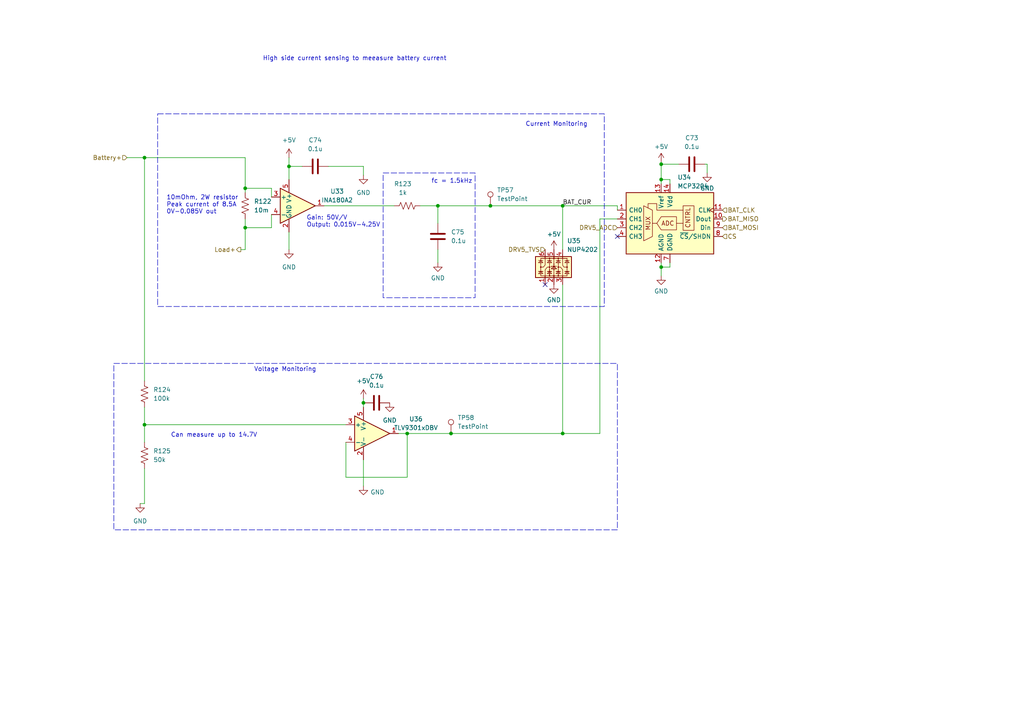
<source format=kicad_sch>
(kicad_sch (version 20231120) (generator "eeschema") (generator_version "8.0")
  (paper "A4")
  (title_block (title "kARCA 2.0 Engine Control System") (date "2024-12-16") (rev "1.1") (company "Rice Eclipse") (comment 1 "Designed by Deepak Narayan") (comment 2 "Engine Control System for the Static Engine Testing of Rice Eclipse's Hybrid Rocket Motors"))
  (lib_symbols
    (symbol "Amplifier_Current:INA180A2" (pin_names (offset 0.127))
      (property "Reference" "U" (at 3.81 3.81 0))
      (property "Value" "INA180A2" (at 3.81 -2.54 0))
      (symbol "INA180A2_0_1"
        (polyline (pts (xy 5.08 0) (xy -5.08 5.08) (xy -5.08 -5.08) (xy 5.08 0)) (stroke (width 0.254)) (fill (type background)))
      )
      (symbol "INA180A2_1_1"
        (pin output line (at 7.62 0 180) (length 2.54) (name "~") (number "1"))
        (pin power_in line (at -2.54 -7.62 90) (length 3.81) (name "GND") (number "2"))
        (pin input line (at -7.62 2.54 0) (length 2.54) (name "+") (number "3"))
        (pin input line (at -7.62 -2.54 0) (length 2.54) (name "-") (number "4"))
        (pin power_in line (at -2.54 7.62 270) (length 3.81) (name "V+") (number "5"))
      )
    )
    (symbol "Amplifier_Operational:TLV9301xDBV" (pin_names (offset 0.127))
      (property "Reference" "U" (at -1.27 6.35 0))
      (property "Value" "TLV9301xDBV" (at -1.27 3.81 0))
      (symbol "TLV9301xDBV_0_1"
        (polyline (pts (xy -5.08 5.08) (xy 5.08 0) (xy -5.08 -5.08) (xy -5.08 5.08)) (stroke (width 0.254)) (fill (type background)))
        (pin power_in line (at -2.54 -7.62 90) (length 3.81) (name "V-") (number "2"))
        (pin power_in line (at -2.54 7.62 270) (length 3.81) (name "V+") (number "5"))
      )
      (symbol "TLV9301xDBV_1_1"
        (pin output line (at 7.62 0 180) (length 2.54) (name "~") (number "1"))
        (pin input line (at -7.62 2.54 0) (length 2.54) (name "+") (number "3"))
        (pin input line (at -7.62 -2.54 0) (length 2.54) (name "-") (number "4"))
      )
    )
    (symbol "Analog_ADC:MCP3204" (pin_names (offset 0.762))
      (property "Reference" "U" (at -5.08 10.795 0))
      (property "Value" "MCP3204" (at -5.08 8.89 0))
      (symbol "MCP3204_0_0"
        (text "ADC" (at -0.635 -1.27 0) (effects (font (size 1.27 1.27))))
        (text "CNTRL" (at 5.969 -2.667 900) (effects (font (size 1.27 1.27)) (justify left bottom)))
        (text "MUX" (at -6.35 -1.27 900) (effects (font (size 1.27 1.27))))
      )
      (symbol "MCP3204_0_1"
        (polyline (pts (xy -5.08 -1.27) (xy -3.81 -1.27)))
        (polyline (pts (xy 1.905 -1.27) (xy 3.81 -1.27)))
        (polyline (pts (xy -7.62 3.81) (xy -7.62 -6.35) (xy -5.08 -5.08) (xy -5.08 2.54) (xy -7.62 3.81)))
        (polyline (pts (xy 3.81 2.54) (xy -3.81 2.54) (xy -3.81 4.445) (xy -6.35 4.445) (xy -6.35 3.175)))
        (polyline (pts (xy -3.81 -1.27) (xy -2.54 0.635) (xy 1.905 0.635) (xy 1.905 -3.175) (xy -2.54 -3.175) (xy -3.81 -1.27)))
        (rectangle (start 3.81 -3.302) (end 6.985 3.81))
        (rectangle (start 12.7 7.62) (end -12.7 -10.16) (stroke (width 0.254)) (fill (type background)))
      )
      (symbol "MCP3204_1_1"
        (pin input line (at -15.24 2.54 0) (length 2.54) (name "CH0") (number "1"))
        (pin output line (at 15.24 0 180) (length 2.54) (name "Dout") (number "10"))
        (pin input clock (at 15.24 2.54 180) (length 2.54) (name "CLK") (number "11"))
        (pin power_in line (at -2.54 -12.7 90) (length 2.54) (name "AGND") (number "12"))
        (pin power_in line (at -2.54 10.16 270) (length 2.54) (name "Vref") (number "13"))
        (pin power_in line (at 0 10.16 270) (length 2.54) (name "Vdd") (number "14"))
        (pin input line (at -15.24 0 0) (length 2.54) (name "CH1") (number "2"))
        (pin input line (at -15.24 -2.54 0) (length 2.54) (name "CH2") (number "3"))
        (pin input line (at -15.24 -5.08 0) (length 2.54) (name "CH3") (number "4"))
        (pin no_connect line (at -10.16 -10.16 90) (length 2.54) hide (name "NC") (number "5"))
        (pin no_connect line (at -7.62 -10.16 90) (length 2.54) hide (name "NC") (number "6"))
        (pin power_in line (at 0 -12.7 90) (length 2.54) (name "DGND") (number "7"))
        (pin input line (at 15.24 -5.08 180) (length 2.54) (name "~{CS}/SHDN") (number "8"))
        (pin input line (at 15.24 -2.54 180) (length 2.54) (name "Din") (number "9"))
      )
    )
    (symbol "Connector:TestPoint" (pin_numbers hide) (pin_names (offset 0.762) hide)
      (property "Reference" "TP" (at 0 6.858 0))
      (property "Value" "TestPoint" (at 0 5.08 0))
      (symbol "TestPoint_0_1"
        (circle (center 0 3.302) (radius 0.762))
      )
      (symbol "TestPoint_1_1"
        (pin passive line (at 0 0 90) (length 2.54) (name "1") (number "1"))
      )
    )
    (symbol "Device:C" (pin_numbers hide) (pin_names (offset 0.254))
      (property "Reference" "C" (at 0.635 2.54 0))
      (property "Value" "C" (at 0.635 -2.54 0))
      (symbol "C_0_1"
        (polyline (pts (xy -2.032 -0.762) (xy 2.032 -0.762)) (stroke (width 0.508)))
        (polyline (pts (xy -2.032 0.762) (xy 2.032 0.762)) (stroke (width 0.508)))
      )
      (symbol "C_1_1"
        (pin passive line (at 0 3.81 270) (length 2.794) (name "~") (number "1"))
        (pin passive line (at 0 -3.81 90) (length 2.794) (name "~") (number "2"))
      )
    )
    (symbol "Device:R_US" (pin_numbers hide) (pin_names (offset 0))
      (property "Reference" "R" (at 2.54 0 90))
      (property "Value" "R_US" (at -2.54 0 90))
      (symbol "R_US_0_1"
        (polyline (pts (xy 0 -2.286) (xy 0 -2.54)))
        (polyline (pts (xy 0 2.286) (xy 0 2.54)))
        (polyline (pts (xy 0 -0.762) (xy 1.016 -1.143) (xy 0 -1.524) (xy -1.016 -1.905) (xy 0 -2.286)))
        (polyline (pts (xy 0 0.762) (xy 1.016 0.381) (xy 0 0) (xy -1.016 -0.381) (xy 0 -0.762)))
        (polyline (pts (xy 0 2.286) (xy 1.016 1.905) (xy 0 1.524) (xy -1.016 1.143) (xy 0 0.762)))
      )
      (symbol "R_US_1_1"
        (pin passive line (at 0 3.81 270) (length 1.27) (name "~") (number "1"))
        (pin passive line (at 0 -3.81 90) (length 1.27) (name "~") (number "2"))
      )
    )
    (symbol "Power_Protection:NUP4202"
      (property "Reference" "U" (at -6.985 -2.54 0))
      (property "Value" "NUP4202" (at 6.35 1.27 90))
      (symbol "NUP4202_0_1"
        (rectangle (start -5.334 3.048) (end 5.08 -3.048) (stroke (width 0.254)) (fill (type background)))
        (circle (center -3.81 0) (radius 0.127))
        (circle (center -3.81 0) (radius 0.127))
        (circle (center -1.27 -2.54) (radius 0.127))
        (circle (center -1.27 -2.54) (radius 0.127))
        (circle (center -1.27 0) (radius 0.127))
        (circle (center -1.27 0) (radius 0.127))
        (circle (center -1.27 2.54) (radius 0.127))
        (circle (center -1.27 2.54) (radius 0.127))
        (circle (center 0 -2.54) (radius 0.127))
        (circle (center 0 -2.54) (radius 0.127))
        (polyline (pts (xy -4.445 -1.27) (xy -3.175 -1.27)))
        (polyline (pts (xy -4.445 -1.27) (xy -3.175 -1.27)))
        (polyline (pts (xy -4.445 1.905) (xy -3.175 1.905)))
        (polyline (pts (xy -3.81 -2.54) (xy -3.81 -0.635)))
        (polyline (pts (xy -3.81 -2.54) (xy 3.81 -2.54)))
        (polyline (pts (xy -3.81 -0.635) (xy -3.81 0.635)))
        (polyline (pts (xy -3.81 0.635) (xy -3.81 2.54)))
        (polyline (pts (xy -3.81 2.54) (xy 3.81 2.54)))
        (polyline (pts (xy -3.81 2.54) (xy 3.81 2.54)))
        (polyline (pts (xy -1.905 -1.27) (xy -0.635 -1.27)))
        (polyline (pts (xy -1.905 -1.27) (xy -0.635 -1.27)))
        (polyline (pts (xy -1.905 1.905) (xy -0.635 1.905)))
        (polyline (pts (xy -1.27 -2.54) (xy -1.27 -0.635)))
        (polyline (pts (xy -1.27 -2.54) (xy -1.27 -0.635)))
        (polyline (pts (xy -1.27 0.635) (xy -1.27 -0.635)))
        (polyline (pts (xy -1.27 0.635) (xy -1.27 2.54)))
        (polyline (pts (xy 0 -0.889) (xy 0 -3.81)))
        (polyline (pts (xy 0 -0.889) (xy 0 1.016)))
        (polyline (pts (xy 0 -0.889) (xy 0 1.016)))
        (polyline (pts (xy 0 1.016) (xy 0 3.81)))
        (polyline (pts (xy 0.635 -1.27) (xy 1.905 -1.27)))
        (polyline (pts (xy 0.635 -1.27) (xy 1.905 -1.27)))
        (polyline (pts (xy 0.635 1.905) (xy 1.905 1.905)))
        (polyline (pts (xy 1.27 -2.54) (xy 1.27 -0.635)))
        (polyline (pts (xy 1.27 -2.54) (xy 1.27 -0.635)))
        (polyline (pts (xy 1.27 0.635) (xy 1.27 -0.635)))
        (polyline (pts (xy 1.27 0.635) (xy 1.27 2.54)))
        (polyline (pts (xy 3.175 -1.27) (xy 4.445 -1.27)))
        (polyline (pts (xy 3.175 -1.27) (xy 4.445 -1.27)))
        (polyline (pts (xy 3.175 1.905) (xy 4.445 1.905)))
        (polyline (pts (xy 3.81 -2.54) (xy 3.81 -0.635)))
        (polyline (pts (xy 3.81 0.635) (xy 3.81 -0.635)))
        (polyline (pts (xy 3.81 0.635) (xy 3.81 2.54)))
        (polyline (pts (xy 0.762 0.254) (xy -0.762 0.254) (xy -0.762 0)))
        (polyline (pts (xy -4.445 -1.905) (xy -3.175 -1.905) (xy -3.81 -1.27) (xy -4.445 -1.905)))
        (polyline (pts (xy -4.445 1.27) (xy -3.175 1.27) (xy -3.81 1.905) (xy -4.445 1.27)))
        (polyline (pts (xy -2.54 -3.81) (xy -2.54 -0.762) (xy -1.905 0) (xy -1.27 0)))
        (polyline (pts (xy -2.54 3.81) (xy -2.54 0.635) (xy -3.048 0) (xy -3.937 0)))
        (polyline (pts (xy -1.905 -1.905) (xy -0.635 -1.905) (xy -1.27 -1.27) (xy -1.905 -1.905)))
        (polyline (pts (xy -1.905 1.27) (xy -0.635 1.27) (xy -1.27 1.905) (xy -1.905 1.27)))
        (polyline (pts (xy -0.762 -0.508) (xy 0.762 -0.508) (xy 0 0.254) (xy -0.762 -0.508)))
        (polyline (pts (xy -0.762 -0.508) (xy 0.762 -0.508) (xy 0 0.254) (xy -0.762 -0.508)))
        (polyline (pts (xy 0.635 -1.905) (xy 1.905 -1.905) (xy 1.27 -1.27) (xy 0.635 -1.905)))
        (polyline (pts (xy 0.635 1.27) (xy 1.905 1.27) (xy 1.27 1.905) (xy 0.635 1.27)))
        (polyline (pts (xy 2.54 -3.81) (xy 2.54 -0.762) (xy 1.905 0) (xy 1.143 0)))
        (polyline (pts (xy 2.54 3.81) (xy 2.54 0.508) (xy 2.921 0) (xy 3.81 0)))
        (polyline (pts (xy 3.175 -1.905) (xy 4.445 -1.905) (xy 3.81 -1.27) (xy 3.175 -1.905)))
        (polyline (pts (xy 3.175 1.27) (xy 4.445 1.27) (xy 3.81 1.905) (xy 3.175 1.27)))
        (circle (center 0 2.54) (radius 0.127))
        (circle (center 0 2.54) (radius 0.127))
        (circle (center 1.27 -2.54) (radius 0.127))
        (circle (center 1.27 -2.54) (radius 0.127))
        (circle (center 1.27 0) (radius 0.127))
        (circle (center 1.27 0) (radius 0.127))
        (circle (center 1.27 2.54) (radius 0.127))
        (circle (center 1.27 2.54) (radius 0.127))
        (circle (center 3.81 0) (radius 0.127))
        (circle (center 3.81 0) (radius 0.127))
      )
      (symbol "NUP4202_1_1"
        (pin passive line (at -2.54 -5.08 90) (length 2.54) (name "~") (number "1"))
        (pin passive line (at 0 -5.08 90) (length 2.54) (name "~") (number "2"))
        (pin passive line (at 2.54 -5.08 90) (length 2.54) (name "~") (number "3"))
        (pin passive line (at 2.54 5.08 270) (length 2.54) (name "~") (number "4"))
        (pin passive line (at 0 5.08 270) (length 2.54) (name "~") (number "5"))
        (pin passive line (at -2.54 5.08 270) (length 2.54) (name "~") (number "6"))
      )
    )
    (symbol "power:+5V" (power) (pin_names (offset 0))
      (property "Value" "+5V" (at 0 3.556 0))
      (symbol "+5V_0_1"
        (polyline (pts (xy -0.762 1.27) (xy 0 2.54)))
        (polyline (pts (xy 0 0) (xy 0 2.54)))
        (polyline (pts (xy 0 2.54) (xy 0.762 1.27)))
      )
      (symbol "+5V_1_1"
        (pin power_in line (at 0 0 90) (length 0) hide (name "+5V") (number "1"))
      )
    )
    (symbol "power:GND" (power) (pin_names (offset 0))
      (property "Value" "GND" (at 0 -3.81 0))
      (symbol "GND_0_1"
        (polyline (pts (xy 0 0) (xy 0 -1.27) (xy 1.27 -1.27) (xy 0 -2.54) (xy -1.27 -1.27) (xy 0 -1.27)))
      )
      (symbol "GND_1_1"
        (pin power_in line (at 0 0 270) (length 0) hide (name "GND") (number "1"))
      )
    )
  )
  (junction (at 127 59.69))
  (junction (at 41.91 45.72))
  (junction (at 83.82 48.26))
  (junction (at 191.77 47.625))
  (junction (at 71.12 66.04))
  (junction (at 118.11 125.73))
  (junction (at 41.91 123.19))
  (junction (at 71.12 54.61))
  (junction (at 105.41 116.84))
  (junction (at 191.77 52.07))
  (junction (at 191.77 77.47))
  (junction (at 163.195 125.73))
  (junction (at 130.81 125.73))
  (junction (at 142.24 59.69))
  (junction (at 163.195 59.69))
  (no_connect (at 179.07 68.58))
  (no_connect (at 158.115 82.55))
  (wire (pts (xy 105.41 48.26) (xy 105.41 50.8)))
  (wire (pts (xy 105.41 133.35) (xy 105.41 140.97)))
  (wire (pts (xy 142.24 59.69) (xy 163.195 59.69)))
  (wire (pts (xy 41.91 123.19) (xy 100.33 123.19)))
  (wire (pts (xy 83.82 45.72) (xy 83.82 48.26)))
  (wire (pts (xy 41.91 135.89) (xy 41.91 146.05)))
  (wire (pts (xy 204.47 47.625) (xy 205.105 47.625)))
  (wire (pts (xy 83.82 48.26) (xy 83.82 52.07)))
  (wire (pts (xy 163.195 82.55) (xy 163.195 125.73)))
  (wire (pts (xy 115.57 125.73) (xy 118.11 125.73)))
  (wire (pts (xy 191.77 46.99) (xy 191.77 47.625)))
  (wire (pts (xy 100.33 138.43) (xy 118.11 138.43)))
  (wire (pts (xy 41.91 45.72) (xy 71.12 45.72)))
  (wire (pts (xy 41.91 123.19) (xy 41.91 128.27)))
  (wire (pts (xy 194.31 77.47) (xy 191.77 77.47)))
  (wire (pts (xy 191.77 52.07) (xy 191.77 53.34)))
  (wire (pts (xy 127 59.69) (xy 121.92 59.69)))
  (wire (pts (xy 191.77 77.47) (xy 191.77 80.01)))
  (wire (pts (xy 163.195 59.69) (xy 179.07 59.69)))
  (wire (pts (xy 179.07 59.69) (xy 179.07 60.96)))
  (wire (pts (xy 78.74 62.23) (xy 78.74 66.04)))
  (wire (pts (xy 127 59.69) (xy 142.24 59.69)))
  (wire (pts (xy 71.12 45.72) (xy 71.12 54.61)))
  (wire (pts (xy 78.74 57.15) (xy 78.74 54.61)))
  (wire (pts (xy 71.12 72.39) (xy 69.85 72.39)))
  (wire (pts (xy 118.11 138.43) (xy 118.11 125.73)))
  (wire (pts (xy 194.31 76.2) (xy 194.31 77.47)))
  (wire (pts (xy 71.12 63.5) (xy 71.12 66.04)))
  (wire (pts (xy 127 72.39) (xy 127 76.2)))
  (wire (pts (xy 71.12 54.61) (xy 71.12 55.88)))
  (wire (pts (xy 41.91 118.11) (xy 41.91 123.19)))
  (wire (pts (xy 163.195 59.69) (xy 163.195 72.39)))
  (wire (pts (xy 130.81 125.73) (xy 163.195 125.73)))
  (wire (pts (xy 83.82 67.31) (xy 83.82 72.39)))
  (wire (pts (xy 100.33 128.27) (xy 100.33 138.43)))
  (wire (pts (xy 118.11 125.73) (xy 130.81 125.73)))
  (wire (pts (xy 191.77 47.625) (xy 191.77 52.07)))
  (wire (pts (xy 83.82 48.26) (xy 87.63 48.26)))
  (wire (pts (xy 71.12 66.04) (xy 71.12 72.39)))
  (wire (pts (xy 105.41 116.84) (xy 105.41 118.11)))
  (wire (pts (xy 105.41 115.57) (xy 105.41 116.84)))
  (wire (pts (xy 194.31 53.34) (xy 194.31 52.07)))
  (wire (pts (xy 205.105 47.625) (xy 205.105 50.165)))
  (wire (pts (xy 41.91 45.72) (xy 41.91 110.49)))
  (wire (pts (xy 173.99 63.5) (xy 173.99 125.73)))
  (wire (pts (xy 41.91 146.05) (xy 40.64 146.05)))
  (wire (pts (xy 78.74 54.61) (xy 71.12 54.61)))
  (wire (pts (xy 78.74 66.04) (xy 71.12 66.04)))
  (wire (pts (xy 194.31 52.07) (xy 191.77 52.07)))
  (wire (pts (xy 191.77 47.625) (xy 196.85 47.625)))
  (wire (pts (xy 127 64.77) (xy 127 59.69)))
  (wire (pts (xy 191.77 76.2) (xy 191.77 77.47)))
  (wire (pts (xy 36.83 45.72) (xy 41.91 45.72)))
  (wire (pts (xy 95.25 48.26) (xy 105.41 48.26)))
  (wire (pts (xy 173.99 63.5) (xy 179.07 63.5)))
  (wire (pts (xy 163.195 125.73) (xy 173.99 125.73)))
  (wire (pts (xy 93.98 59.69) (xy 114.3 59.69)))
  (rectangle (start 45.72 33.02) (end 175.26 88.9) (stroke (width 0) (type dash)))
  (rectangle (start 111.125 50.165) (end 137.795 86.36) (stroke (width 0) (type dash)))
  (rectangle (start 33.02 105.41) (end 179.07 153.67) (stroke (width 0) (type dash)))
  (text "fc = 1.5kHz\n" (at 125.095 53.34 0) (effects (font (size 1.27 1.27)) (justify left bottom)))
  (text "High side current sensing to meeasure battery current" (at 76.2 17.78 0) (effects (font (size 1.27 1.27)) (justify left bottom)))
  (text "Gain: 50V/V\nOutput: 0.015V-4.25V" (at 88.9 66.04 0) (effects (font (size 1.27 1.27)) (justify left bottom)))
  (text "10mOhm, 2W resistor\nPeak current of 8.5A\n0V-0.085V out" (at 48.26 62.23 0) (effects (font (size 1.27 1.27)) (justify left bottom)))
  (text "Voltage Monitoring" (at 73.66 107.95 0) (effects (font (size 1.27 1.27)) (justify left bottom)))
  (text "Can measure up to 14.7V" (at 49.53 127 0) (effects (font (size 1.27 1.27)) (justify left bottom)))
  (text "Current Monitoring" (at 152.4 36.83 0) (effects (font (size 1.27 1.27)) (justify left bottom)))
  (label "BAT_CUR" (at 163.195 59.69 0))
  (hierarchical_label "BAT_MISO" (shape output) (at 209.55 63.5 0))
  (hierarchical_label "BAT_CLK" (shape input) (at 209.55 60.96 0))
  (hierarchical_label "Battery+" (shape input) (at 36.83 45.72 180))
  (hierarchical_label "Load+" (shape output) (at 69.85 72.39 180))
  (hierarchical_label "BAT_MOSI" (shape input) (at 209.55 66.04 0))
  (hierarchical_label "DRV5_TVS" (shape input) (at 158.115 72.39 180))
  (hierarchical_label "DRV5_ADC" (shape input) (at 179.07 66.04 180))
  (hierarchical_label "CS" (shape input) (at 209.55 68.58 0))
  (symbol (lib_id "Connector:TestPoint") (at 142.24 59.69 0) (unit 1)
    (property "Reference" "TP57" (at 144.145 55.118 0) (effects (justify left)))
    (property "Value" "TestPoint" (at 144.145 57.658 0) (effects (justify left)))
    (property "Footprint" "TestPoint:TestPoint_Pad_D2.0mm" (effects (hide yes)))
  )
  (symbol (lib_id "power:GND") (at 113.03 116.84 0) (unit 1)
    (property "Reference" "#PWR0176" (effects (hide yes)))
    (property "Value" "GND" (at 113.03 121.92 0))
  )
  (symbol (lib_id "Device:C") (at 127 68.58 180) (unit 1)
    (property "Reference" "C75" (at 130.81 67.31 0) (effects (justify right)))
    (property "Value" "0.1u" (at 130.81 69.85 0) (effects (justify right)))
    (property "Footprint" "Capacitor_SMD:C_1206_3216Metric" (effects (hide yes)))
  )
  (symbol (lib_id "power:GND") (at 160.655 82.55 0) (mirror y) (unit 1)
    (property "Reference" "#PWR0174" (effects (hide yes)))
    (property "Value" "GND" (at 160.655 86.995 0))
  )
  (symbol (lib_id "power:GND") (at 105.41 50.8 0) (unit 1)
    (property "Reference" "#PWR0169" (effects (hide yes)))
    (property "Value" "GND" (at 105.41 55.88 0))
  )
  (symbol (lib_id "power:GND") (at 40.64 146.05 0) (unit 1)
    (property "Reference" "#PWR0179" (effects (hide yes)))
    (property "Value" "GND" (at 40.64 151.13 0))
  )
  (symbol (lib_id "power:+5V") (at 83.82 45.72 0) (unit 1)
    (property "Reference" "#PWR0166" (effects (hide yes)))
    (property "Value" "+5V" (at 83.82 40.64 0))
  )
  (symbol (lib_id "Analog_ADC:MCP3204") (at 194.31 63.5 0) (unit 1)
    (property "Reference" "U34" (at 196.5041 51.435 0) (effects (justify left)))
    (property "Value" "MCP3204" (at 196.5041 53.975 0) (effects (justify left)))
    (property "Footprint" "Package_SO:SO-14_3.9x8.65mm_P1.27mm" (effects (hide yes)))
    (property "Datasheet" "http://ww1.microchip.com/downloads/en/DeviceDoc/21298c.pdf" (effects (hide yes)))
  )
  (symbol (lib_id "power:+5V") (at 105.41 115.57 0) (unit 1)
    (property "Reference" "#PWR0175" (effects (hide yes)))
    (property "Value" "+5V" (at 105.41 110.49 0))
  )
  (symbol (lib_id "Device:R_US") (at 41.91 132.08 0) (unit 1)
    (property "Reference" "R125" (at 44.45 130.81 0) (effects (justify left)))
    (property "Value" "50k" (at 44.45 133.35 0) (effects (justify left)))
    (property "Footprint" "Resistor_SMD:R_0805_2012Metric" (effects (hide yes)))
  )
  (symbol (lib_id "Device:R_US") (at 41.91 114.3 0) (unit 1)
    (property "Reference" "R124" (at 44.45 113.03 0) (effects (justify left)))
    (property "Value" "100k" (at 44.45 115.57 0) (effects (justify left)))
    (property "Footprint" "Resistor_SMD:R_1206_3216Metric" (effects (hide yes)))
  )
  (symbol (lib_id "Amplifier_Current:INA180A2") (at 86.36 59.69 0) (unit 1)
    (property "Reference" "U33" (at 97.79 55.4991 0))
    (property "Value" "INA180A2" (at 97.79 58.0391 0))
    (property "Footprint" "Package_TO_SOT_SMD:SOT-23-5" (effects (hide yes)))
    (property "Datasheet" "http://www.ti.com/lit/ds/symlink/ina180.pdf" (effects (hide yes)))
  )
  (symbol (lib_id "power:GND") (at 205.105 50.165 0) (mirror y) (unit 1)
    (property "Reference" "#PWR0168" (effects (hide yes)))
    (property "Value" "GND" (at 205.105 54.61 0))
  )
  (symbol (lib_id "power:GND") (at 83.82 72.39 0) (unit 1)
    (property "Reference" "#PWR0170" (effects (hide yes)))
    (property "Value" "GND" (at 83.82 77.47 0))
  )
  (symbol (lib_id "Device:C") (at 109.22 116.84 90) (unit 1)
    (property "Reference" "C76" (at 109.22 109.22 90))
    (property "Value" "0.1u" (at 109.22 111.76 90))
    (property "Footprint" "Capacitor_SMD:C_0402_1005Metric" (effects (hide yes)))
  )
  (symbol (lib_id "Connector:TestPoint") (at 130.81 125.73 0) (unit 1)
    (property "Reference" "TP58" (at 132.715 121.158 0) (effects (justify left)))
    (property "Value" "TestPoint" (at 132.715 123.698 0) (effects (justify left)))
    (property "Footprint" "TestPoint:TestPoint_Pad_D2.0mm" (effects (hide yes)))
  )
  (symbol (lib_id "Amplifier_Operational:TLV9301xDBV") (at 107.95 125.73 0) (unit 1)
    (property "Reference" "U36" (at 120.65 121.5391 0))
    (property "Value" "TLV9301xDBV" (at 120.65 124.0791 0))
    (property "Footprint" "Package_TO_SOT_SMD:SOT-23-5" (effects (hide yes)))
    (property "Datasheet" "https://www.ti.com/lit/ds/symlink/tlv9301.pdf" (effects (hide yes)))
  )
  (symbol (lib_id "power:GND") (at 105.41 140.97 0) (unit 1)
    (property "Reference" "#PWR0177" (effects (hide yes)))
    (property "Value" "GND" (at 109.474 142.748 0))
  )
  (symbol (lib_id "power:GND") (at 127 76.2 0) (mirror y) (unit 1)
    (property "Reference" "#PWR0172" (effects (hide yes)))
    (property "Value" "GND" (at 127 80.645 0))
  )
  (symbol (lib_id "power:GND") (at 191.77 80.01 0) (mirror y) (unit 1)
    (property "Reference" "#PWR0173" (effects (hide yes)))
    (property "Value" "GND" (at 191.77 84.455 0))
  )
  (symbol (lib_id "Device:C") (at 200.66 47.625 90) (unit 1)
    (property "Reference" "C73" (at 200.66 40.005 90))
    (property "Value" "0.1u" (at 200.66 42.545 90))
    (property "Footprint" "Capacitor_SMD:C_1206_3216Metric" (effects (hide yes)))
  )
  (symbol (lib_id "power:+5V") (at 160.655 72.39 0) (unit 1)
    (property "Reference" "#PWR0171" (effects (hide yes)))
    (property "Value" "+5V" (at 160.655 67.945 0))
  )
  (symbol (lib_id "power:+5V") (at 191.77 46.99 0) (unit 1)
    (property "Reference" "#PWR0167" (effects (hide yes)))
    (property "Value" "+5V" (at 191.77 42.545 0))
  )
  (symbol (lib_id "Device:R_US") (at 71.12 59.69 0) (unit 1)
    (property "Reference" "R122" (at 73.66 58.42 0) (effects (justify left)))
    (property "Value" "10m" (at 73.66 60.96 0) (effects (justify left)))
    (property "Footprint" "Resistor_SMD:R_2512_6332Metric" (effects (hide yes)))
  )
  (symbol (lib_id "Device:C") (at 91.44 48.26 90) (unit 1)
    (property "Reference" "C74" (at 91.44 40.64 90))
    (property "Value" "0.1u" (at 91.44 43.18 90))
    (property "Footprint" "Capacitor_SMD:C_0402_1005Metric" (effects (hide yes)))
  )
  (symbol (lib_id "Power_Protection:NUP4202") (at 160.655 77.47 0) (unit 1)
    (property "Reference" "U35" (at 164.465 69.85 0) (effects (justify left)))
    (property "Value" "NUP4202" (at 164.465 72.39 0) (effects (justify left)))
    (property "Footprint" "Package_TO_SOT_SMD:SOT-363_SC-70-6" (effects (hide yes)))
    (property "Datasheet" "http://www.onsemi.com/pub_link/Collateral/NUP4202W1-D.PDF" (effects (hide yes)))
  )
  (symbol (lib_id "Device:R_US") (at 118.11 59.69 90) (unit 1)
    (property "Reference" "R123" (at 116.84 53.34 90))
    (property "Value" "1k" (at 116.84 55.88 90))
    (property "Footprint" "Resistor_SMD:R_1206_3216Metric" (effects (hide yes)))
  )
)
</source>
